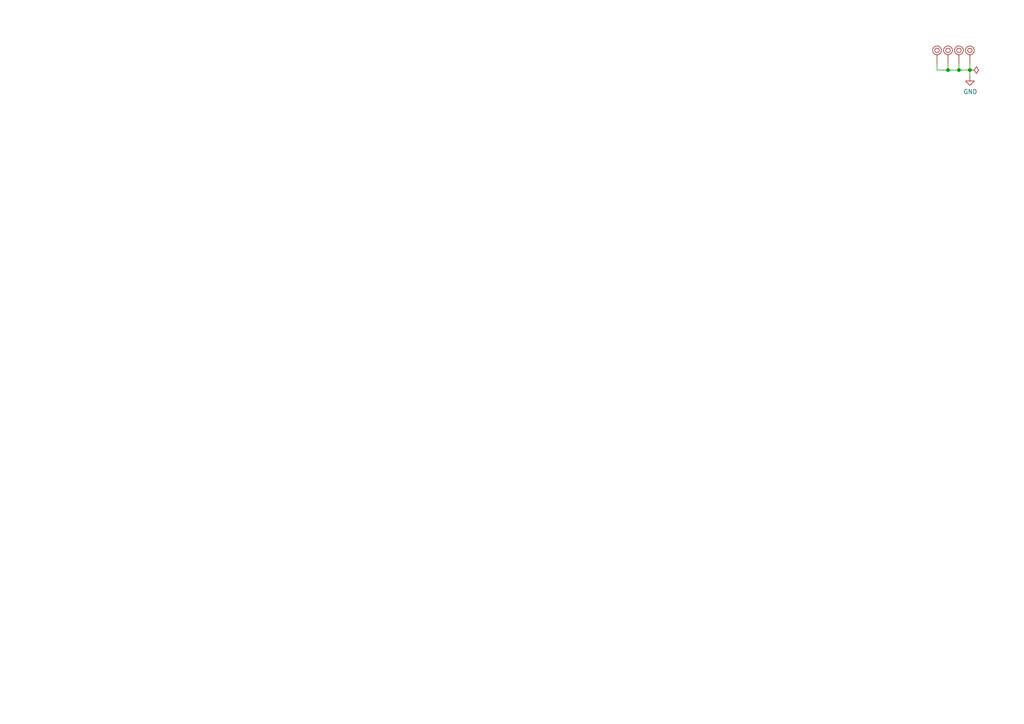
<source format=kicad_sch>
(kicad_sch (version 20231120) (generator "eeschema") (generator_version "8.0")
  (paper "A4")
  (title_block (title "BulkyModem Terminal (FP3)") (rev "A") (comment 2 "Faceplate that extends down past the main board, specific for the terminal.") (comment 4 "A cosmetic plate to go on the front of the device."))
  (lib_symbols
    (symbol "mounting:Mounting_Pin" (pin_numbers hide) (pin_names (offset 0) hide)
      (symbol "Mounting_Pin_0_1"
        (circle (center 0 0) (radius 0.635))
        (circle (center 0 0) (radius 1.27))
      )
      (symbol "Mounting_Pin_1_1"
        (pin passive line (at 0 -3.81 90) (length 2.54) (name "~") (number "1"))
      )
    )
    (symbol "power:GND" (power) (pin_numbers hide) (pin_names (offset 0) hide)
      (property "Value" "GND" (at 0 -3.81 0))
      (symbol "GND_0_1"
        (polyline (pts (xy 0 0) (xy 0 -1.27) (xy 1.27 -1.27) (xy 0 -2.54) (xy -1.27 -1.27) (xy 0 -1.27)))
      )
      (symbol "GND_1_1"
        (pin power_in line (at 0 0 270) (length 0) (name "~") (number "1"))
      )
    )
    (symbol "power:PWR_FLAG" (power) (pin_numbers hide) (pin_names (offset 0) hide)
      (property "Value" "PWR_FLAG" (at 0 3.81 0))
      (symbol "PWR_FLAG_0_0"
        (pin power_out line (at 0 0 90) (length 0) (name "~") (number "1"))
      )
      (symbol "PWR_FLAG_0_1"
        (polyline (pts (xy 0 0) (xy 0 1.27) (xy -1.016 1.905) (xy 0 2.54) (xy 1.016 1.905) (xy 0 1.27)))
      )
    )
  )
  (junction (at 274.955 20.32))
  (junction (at 281.305 20.32))
  (junction (at 278.13 20.32))
  (wire (pts (xy 271.78 20.32) (xy 274.955 20.32)))
  (wire (pts (xy 281.305 20.32) (xy 281.305 22.225)))
  (wire (pts (xy 278.13 18.415) (xy 278.13 20.32)))
  (wire (pts (xy 278.13 20.32) (xy 281.305 20.32)))
  (wire (pts (xy 271.78 18.415) (xy 271.78 20.32)))
  (wire (pts (xy 274.955 20.32) (xy 278.13 20.32)))
  (wire (pts (xy 274.955 18.415) (xy 274.955 20.32)))
  (wire (pts (xy 281.305 20.32) (xy 281.305 18.415)))
  (symbol (lib_id "mounting:Mounting_Pin") (at 271.78 14.605 0) (unit 1)
    (property "Reference" "M1" (effects (hide yes)))
    (property "Value" "Mounting_Pin" (effects (hide yes)))
    (property "Footprint" "mounting:M3_pin" (effects (hide yes)))
  )
  (symbol (lib_id "mounting:Mounting_Pin") (at 274.955 14.605 0) (unit 1)
    (property "Reference" "M2" (effects (hide yes)))
    (property "Value" "Mounting_Pin" (effects (hide yes)))
    (property "Footprint" "mounting:M3_pin" (effects (hide yes)))
  )
  (symbol (lib_id "mounting:Mounting_Pin") (at 278.13 14.605 0) (unit 1)
    (property "Reference" "M3" (effects (hide yes)))
    (property "Value" "Mounting_Pin" (effects (hide yes)))
    (property "Footprint" "mounting:M3_pin" (effects (hide yes)))
  )
  (symbol (lib_id "mounting:Mounting_Pin") (at 281.305 14.605 0) (unit 1)
    (property "Reference" "M4" (effects (hide yes)))
    (property "Value" "Mounting_Pin" (effects (hide yes)))
    (property "Footprint" "mounting:M3_pin" (effects (hide yes)))
  )
  (symbol (lib_id "power:GND") (at 281.305 22.225 0) (unit 1)
    (property "Reference" "#PWR0111" (effects (hide yes)))
    (property "Value" "GND" (at 281.432 26.6192 0))
    (property "Description" "Power symbol creates a global label with name \"GND\" , ground" (effects (hide yes)))
  )
  (symbol (lib_id "power:PWR_FLAG") (at 281.305 20.32 270) (unit 1)
    (property "Reference" "#FLG?" (effects (hide yes)))
    (property "Value" "PWR_FLAG" (effects (hide yes)))
    (property "Description" "Special symbol for telling ERC where power comes from" (effects (hide yes)))
  )
)
</source>
